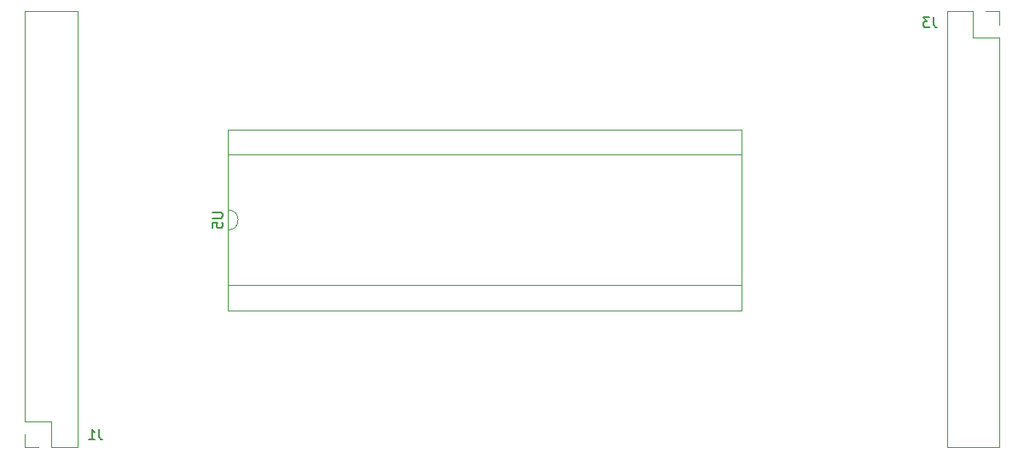
<source format=gbr>
%TF.GenerationSoftware,KiCad,Pcbnew,8.0.7-8.0.7-0~ubuntu22.04.1*%
%TF.CreationDate,2025-01-28T11:45:19+01:00*%
%TF.ProjectId,EF9345,45463933-3435-42e6-9b69-6361645f7063,rev?*%
%TF.SameCoordinates,Original*%
%TF.FileFunction,Legend,Bot*%
%TF.FilePolarity,Positive*%
%FSLAX46Y46*%
G04 Gerber Fmt 4.6, Leading zero omitted, Abs format (unit mm)*
G04 Created by KiCad (PCBNEW 8.0.7-8.0.7-0~ubuntu22.04.1) date 2025-01-28 11:45:19*
%MOMM*%
%LPD*%
G01*
G04 APERTURE LIST*
%ADD10C,0.150000*%
%ADD11C,0.120000*%
G04 APERTURE END LIST*
D10*
X70276819Y-87630095D02*
X71086342Y-87630095D01*
X71086342Y-87630095D02*
X71181580Y-87677714D01*
X71181580Y-87677714D02*
X71229200Y-87725333D01*
X71229200Y-87725333D02*
X71276819Y-87820571D01*
X71276819Y-87820571D02*
X71276819Y-88011047D01*
X71276819Y-88011047D02*
X71229200Y-88106285D01*
X71229200Y-88106285D02*
X71181580Y-88153904D01*
X71181580Y-88153904D02*
X71086342Y-88201523D01*
X71086342Y-88201523D02*
X70276819Y-88201523D01*
X70276819Y-89153904D02*
X70276819Y-88677714D01*
X70276819Y-88677714D02*
X70753009Y-88630095D01*
X70753009Y-88630095D02*
X70705390Y-88677714D01*
X70705390Y-88677714D02*
X70657771Y-88772952D01*
X70657771Y-88772952D02*
X70657771Y-89011047D01*
X70657771Y-89011047D02*
X70705390Y-89106285D01*
X70705390Y-89106285D02*
X70753009Y-89153904D01*
X70753009Y-89153904D02*
X70848247Y-89201523D01*
X70848247Y-89201523D02*
X71086342Y-89201523D01*
X71086342Y-89201523D02*
X71181580Y-89153904D01*
X71181580Y-89153904D02*
X71229200Y-89106285D01*
X71229200Y-89106285D02*
X71276819Y-89011047D01*
X71276819Y-89011047D02*
X71276819Y-88772952D01*
X71276819Y-88772952D02*
X71229200Y-88677714D01*
X71229200Y-88677714D02*
X71181580Y-88630095D01*
X141811333Y-68288819D02*
X141811333Y-69003104D01*
X141811333Y-69003104D02*
X141858952Y-69145961D01*
X141858952Y-69145961D02*
X141954190Y-69241200D01*
X141954190Y-69241200D02*
X142097047Y-69288819D01*
X142097047Y-69288819D02*
X142192285Y-69288819D01*
X141430380Y-68288819D02*
X140811333Y-68288819D01*
X140811333Y-68288819D02*
X141144666Y-68669771D01*
X141144666Y-68669771D02*
X141001809Y-68669771D01*
X141001809Y-68669771D02*
X140906571Y-68717390D01*
X140906571Y-68717390D02*
X140858952Y-68765009D01*
X140858952Y-68765009D02*
X140811333Y-68860247D01*
X140811333Y-68860247D02*
X140811333Y-69098342D01*
X140811333Y-69098342D02*
X140858952Y-69193580D01*
X140858952Y-69193580D02*
X140906571Y-69241200D01*
X140906571Y-69241200D02*
X141001809Y-69288819D01*
X141001809Y-69288819D02*
X141287523Y-69288819D01*
X141287523Y-69288819D02*
X141382761Y-69241200D01*
X141382761Y-69241200D02*
X141430380Y-69193580D01*
X59007333Y-109182819D02*
X59007333Y-109897104D01*
X59007333Y-109897104D02*
X59054952Y-110039961D01*
X59054952Y-110039961D02*
X59150190Y-110135200D01*
X59150190Y-110135200D02*
X59293047Y-110182819D01*
X59293047Y-110182819D02*
X59388285Y-110182819D01*
X58007333Y-110182819D02*
X58578761Y-110182819D01*
X58293047Y-110182819D02*
X58293047Y-109182819D01*
X58293047Y-109182819D02*
X58388285Y-109325676D01*
X58388285Y-109325676D02*
X58483523Y-109420914D01*
X58483523Y-109420914D02*
X58578761Y-109468533D01*
D11*
%TO.C,U5*%
X122802000Y-79442000D02*
X71762000Y-79442000D01*
X122802000Y-97342000D02*
X122802000Y-79442000D01*
X122742000Y-81932000D02*
X71822000Y-81932000D01*
X122742000Y-94852000D02*
X122742000Y-81932000D01*
X71822000Y-81932000D02*
X71822000Y-87392000D01*
X71822000Y-89392000D02*
X71822000Y-94852000D01*
X71822000Y-94852000D02*
X122742000Y-94852000D01*
X71762000Y-79442000D02*
X71762000Y-97342000D01*
X71762000Y-97342000D02*
X122802000Y-97342000D01*
X71822000Y-87392000D02*
G75*
G02*
X71822000Y-89392000I0J-1000000D01*
G01*
%TO.C,J3*%
X143130000Y-67670000D02*
X145730000Y-67670000D01*
X143130000Y-110970000D02*
X143130000Y-67670000D01*
X143130000Y-110970000D02*
X148330000Y-110970000D01*
X145730000Y-67670000D02*
X145730000Y-70270000D01*
X145730000Y-70270000D02*
X148330000Y-70270000D01*
X147000000Y-67670000D02*
X148330000Y-67670000D01*
X148330000Y-67670000D02*
X148330000Y-69000000D01*
X148330000Y-110970000D02*
X148330000Y-70270000D01*
%TO.C,J1*%
X51670000Y-67670000D02*
X51670000Y-108370000D01*
X51670000Y-110970000D02*
X51670000Y-109640000D01*
X53000000Y-110970000D02*
X51670000Y-110970000D01*
X54270000Y-108370000D02*
X51670000Y-108370000D01*
X54270000Y-110970000D02*
X54270000Y-108370000D01*
X56870000Y-67670000D02*
X51670000Y-67670000D01*
X56870000Y-67670000D02*
X56870000Y-110970000D01*
X56870000Y-110970000D02*
X54270000Y-110970000D01*
%TD*%
M02*

</source>
